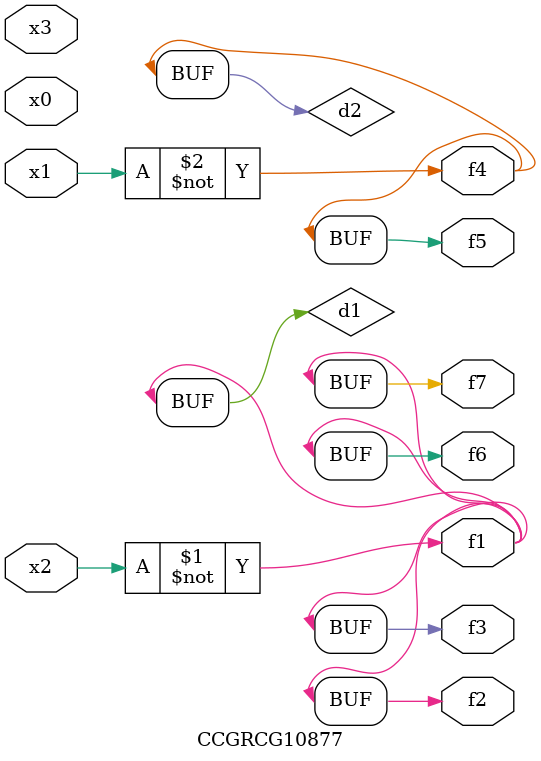
<source format=v>
module CCGRCG10877(
	input x0, x1, x2, x3,
	output f1, f2, f3, f4, f5, f6, f7
);

	wire d1, d2;

	xnor (d1, x2);
	not (d2, x1);
	assign f1 = d1;
	assign f2 = d1;
	assign f3 = d1;
	assign f4 = d2;
	assign f5 = d2;
	assign f6 = d1;
	assign f7 = d1;
endmodule

</source>
